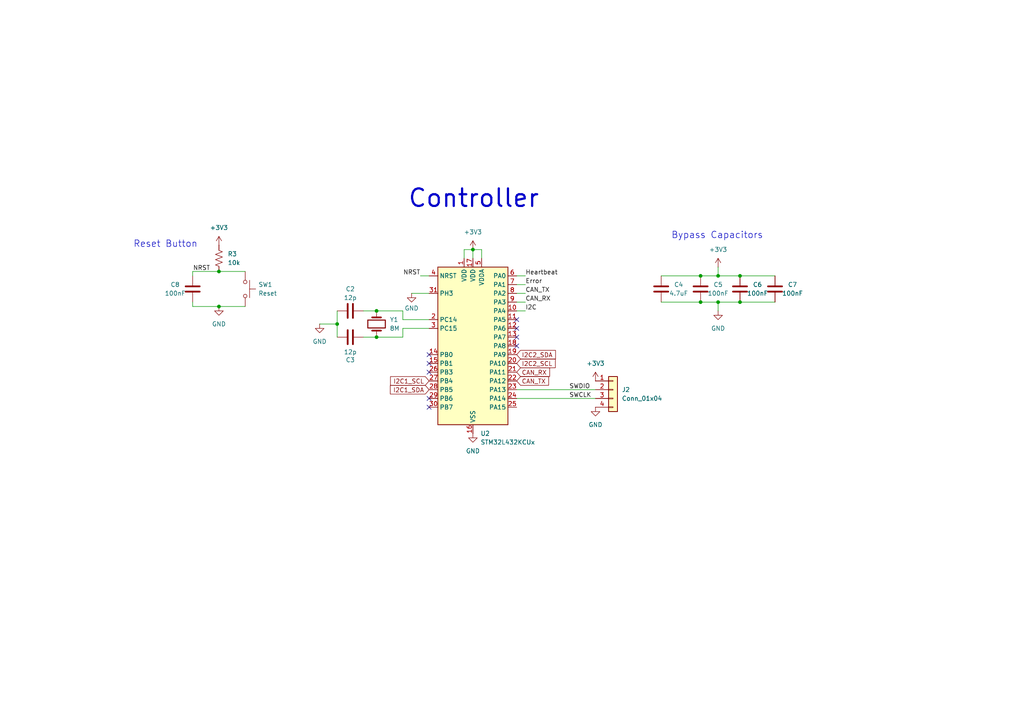
<source format=kicad_sch>
(kicad_sch (version 20231120) (generator "eeschema") (generator_version "8.0")
  (paper "A4")
  (lib_symbols
    (symbol "Connector_Generic:Conn_01x04" (pin_names (offset 1.016) hide)
      (property "Reference" "J" (at 0 5.08 0))
      (property "Value" "Conn_01x04" (at 0 -7.62 0))
      (symbol "Conn_01x04_1_1"
        (rectangle (start -1.27 -4.953) (end 0 -5.207) (stroke (width 0.1524)))
        (rectangle (start -1.27 -2.413) (end 0 -2.667) (stroke (width 0.1524)))
        (rectangle (start -1.27 0.127) (end 0 -0.127) (stroke (width 0.1524)))
        (rectangle (start -1.27 2.667) (end 0 2.413) (stroke (width 0.1524)))
        (rectangle (start -1.27 3.81) (end 1.27 -6.35) (stroke (width 0.254)) (fill (type background)))
        (pin passive line (at -5.08 2.54 0) (length 3.81) (name "Pin_1") (number "1"))
        (pin passive line (at -5.08 0 0) (length 3.81) (name "Pin_2") (number "2"))
        (pin passive line (at -5.08 -2.54 0) (length 3.81) (name "Pin_3") (number "3"))
        (pin passive line (at -5.08 -5.08 0) (length 3.81) (name "Pin_4") (number "4"))
      )
    )
    (symbol "Device:C" (pin_numbers hide) (pin_names (offset 0.254))
      (property "Reference" "C" (at 0.635 2.54 0))
      (property "Value" "C" (at 0.635 -2.54 0))
      (symbol "C_0_1"
        (polyline (pts (xy -2.032 -0.762) (xy 2.032 -0.762)) (stroke (width 0.508)))
        (polyline (pts (xy -2.032 0.762) (xy 2.032 0.762)) (stroke (width 0.508)))
      )
      (symbol "C_1_1"
        (pin passive line (at 0 3.81 270) (length 2.794) (name "~") (number "1"))
        (pin passive line (at 0 -3.81 90) (length 2.794) (name "~") (number "2"))
      )
    )
    (symbol "Device:Crystal" (pin_numbers hide) (pin_names (offset 1.016) hide)
      (property "Reference" "Y" (at 0 3.81 0))
      (property "Value" "Crystal" (at 0 -3.81 0))
      (symbol "Crystal_0_1"
        (rectangle (start -1.143 2.54) (end 1.143 -2.54) (stroke (width 0.3048)))
        (polyline (pts (xy -2.54 0) (xy -1.905 0)))
        (polyline (pts (xy -1.905 -1.27) (xy -1.905 1.27)) (stroke (width 0.508)))
        (polyline (pts (xy 1.905 -1.27) (xy 1.905 1.27)) (stroke (width 0.508)))
        (polyline (pts (xy 2.54 0) (xy 1.905 0)))
      )
      (symbol "Crystal_1_1"
        (pin passive line (at -3.81 0 0) (length 1.27) (name "1") (number "1"))
        (pin passive line (at 3.81 0 180) (length 1.27) (name "2") (number "2"))
      )
    )
    (symbol "Device:R_US" (pin_numbers hide) (pin_names (offset 0))
      (property "Reference" "R" (at 2.54 0 90))
      (property "Value" "R_US" (at -2.54 0 90))
      (symbol "R_US_0_1"
        (polyline (pts (xy 0 -2.286) (xy 0 -2.54)))
        (polyline (pts (xy 0 2.286) (xy 0 2.54)))
        (polyline (pts (xy 0 -0.762) (xy 1.016 -1.143) (xy 0 -1.524) (xy -1.016 -1.905) (xy 0 -2.286)))
        (polyline (pts (xy 0 0.762) (xy 1.016 0.381) (xy 0 0) (xy -1.016 -0.381) (xy 0 -0.762)))
        (polyline (pts (xy 0 2.286) (xy 1.016 1.905) (xy 0 1.524) (xy -1.016 1.143) (xy 0 0.762)))
      )
      (symbol "R_US_1_1"
        (pin passive line (at 0 3.81 270) (length 1.27) (name "~") (number "1"))
        (pin passive line (at 0 -3.81 90) (length 1.27) (name "~") (number "2"))
      )
    )
    (symbol "MCU_ST_STM32L4:STM32L432KCUx"
      (property "Reference" "U2" (at 2.1941 -25.4 0))
      (property "Value" "STM32L432KCUx" (at 2.1941 -27.94 0))
      (symbol "STM32L432KCUx_0_1"
        (rectangle (start -10.16 -22.86) (end 10.16 22.86) (stroke (width 0.254)) (fill (type background)))
      )
      (symbol "STM32L432KCUx_1_1"
        (pin power_in line (at -2.54 25.4 270) (length 2.54) (name "VDD") (number "1"))
        (pin bidirectional line (at 12.7 10.16 180) (length 2.54) (name "PA4") (number "10"))
        (pin bidirectional line (at 12.7 7.62 180) (length 2.54) (name "PA5") (number "11"))
        (pin bidirectional line (at 12.7 5.08 180) (length 2.54) (name "PA6") (number "12"))
        (pin bidirectional line (at 12.7 2.54 180) (length 2.54) (name "PA7") (number "13"))
        (pin bidirectional line (at -12.7 -2.54 0) (length 2.54) (name "PB0") (number "14"))
        (pin bidirectional line (at -12.7 -5.08 0) (length 2.54) (name "PB1") (number "15"))
        (pin power_in line (at 0 -25.4 90) (length 2.54) (name "VSS") (number "16"))
        (pin power_in line (at 0 25.4 270) (length 2.54) (name "VDD") (number "17"))
        (pin bidirectional line (at 12.7 0 180) (length 2.54) (name "PA8") (number "18"))
        (pin bidirectional line (at 12.7 -2.54 180) (length 2.54) (name "PA9") (number "19"))
        (pin bidirectional line (at -12.7 7.62 0) (length 2.54) (name "PC14") (number "2"))
        (pin bidirectional line (at 12.7 -5.08 180) (length 2.54) (name "PA10") (number "20"))
        (pin bidirectional line (at 12.7 -7.62 180) (length 2.54) (name "PA11") (number "21"))
        (pin bidirectional line (at 12.7 -10.16 180) (length 2.54) (name "PA12") (number "22"))
        (pin bidirectional line (at 12.7 -12.7 180) (length 2.54) (name "PA13") (number "23"))
        (pin bidirectional line (at 12.7 -15.24 180) (length 2.54) (name "PA14") (number "24"))
        (pin bidirectional line (at 12.7 -17.78 180) (length 2.54) (name "PA15") (number "25"))
        (pin bidirectional line (at -12.7 -7.62 0) (length 2.54) (name "PB3") (number "26"))
        (pin bidirectional line (at -12.7 -10.16 0) (length 2.54) (name "PB4") (number "27"))
        (pin bidirectional line (at -12.7 -12.7 0) (length 2.54) (name "PB5") (number "28"))
        (pin bidirectional line (at -12.7 -15.24 0) (length 2.54) (name "PB6") (number "29"))
        (pin bidirectional line (at -12.7 5.08 0) (length 2.54) (name "PC15") (number "3"))
        (pin bidirectional line (at -12.7 -17.78 0) (length 2.54) (name "PB7") (number "30"))
        (pin bidirectional line (at -12.7 15.24 0) (length 2.54) (name "PH3") (number "31"))
        (pin passive line (at 0 -25.4 90) (length 2.54) hide (name "VSS") (number "32"))
        (pin passive line (at 0 -25.4 90) (length 2.54) hide (name "VSS") (number "33"))
        (pin input line (at -12.7 20.32 0) (length 2.54) (name "NRST") (number "4"))
        (pin power_in line (at 2.54 25.4 270) (length 2.54) (name "VDDA") (number "5"))
        (pin bidirectional line (at 12.7 20.32 180) (length 2.54) (name "PA0") (number "6"))
        (pin bidirectional line (at 12.7 17.78 180) (length 2.54) (name "PA1") (number "7"))
        (pin bidirectional line (at 12.7 15.24 180) (length 2.54) (name "PA2") (number "8"))
        (pin bidirectional line (at 12.7 12.7 180) (length 2.54) (name "PA3") (number "9"))
      )
    )
    (symbol "Switch:SW_Push" (pin_numbers hide) (pin_names (offset 1.016) hide)
      (property "Reference" "SW" (at 1.27 2.54 0))
      (property "Value" "SW_Push" (at 0 -1.524 0))
      (symbol "SW_Push_0_1"
        (circle (center -2.032 0) (radius 0.508))
        (polyline (pts (xy 0 1.27) (xy 0 3.048)))
        (polyline (pts (xy 2.54 1.27) (xy -2.54 1.27)))
        (circle (center 2.032 0) (radius 0.508))
        (pin passive line (at -5.08 0 0) (length 2.54) (name "1") (number "1"))
        (pin passive line (at 5.08 0 180) (length 2.54) (name "2") (number "2"))
      )
    )
    (symbol "power:+3V3" (power) (pin_numbers hide) (pin_names (offset 0) hide)
      (property "Value" "+3V3" (at 0 3.556 0))
      (symbol "+3V3_0_1"
        (polyline (pts (xy -0.762 1.27) (xy 0 2.54)))
        (polyline (pts (xy 0 0) (xy 0 2.54)))
        (polyline (pts (xy 0 2.54) (xy 0.762 1.27)))
      )
      (symbol "+3V3_1_1"
        (pin power_in line (at 0 0 90) (length 0) (name "~") (number "1"))
      )
    )
    (symbol "power:GND" (power) (pin_numbers hide) (pin_names (offset 0) hide)
      (property "Value" "GND" (at 0 -3.81 0))
      (symbol "GND_0_1"
        (polyline (pts (xy 0 0) (xy 0 -1.27) (xy 1.27 -1.27) (xy 0 -2.54) (xy -1.27 -1.27) (xy 0 -1.27)))
      )
      (symbol "GND_1_1"
        (pin power_in line (at 0 0 270) (length 0) (name "~") (number "1"))
      )
    )
  )
  (junction (at 109.22 90.17))
  (junction (at 97.79 93.98))
  (junction (at 208.28 80.01))
  (junction (at 109.22 97.79))
  (junction (at 214.63 87.63))
  (junction (at 208.28 87.63))
  (junction (at 137.16 72.39))
  (junction (at 63.5 78.74))
  (junction (at 63.5 88.9))
  (junction (at 214.63 80.01))
  (junction (at 203.2 87.63))
  (junction (at 203.2 80.01))
  (no_connect (at 124.46 105.41))
  (no_connect (at 124.46 115.57))
  (no_connect (at 124.46 118.11))
  (no_connect (at 124.46 107.95))
  (no_connect (at 149.86 97.79))
  (no_connect (at 149.86 100.33))
  (no_connect (at 149.86 95.25))
  (no_connect (at 124.46 102.87))
  (no_connect (at 149.86 92.71))
  (wire (pts (xy 208.28 90.17) (xy 208.28 87.63)))
  (wire (pts (xy 214.63 87.63) (xy 224.79 87.63)))
  (wire (pts (xy 92.71 93.98) (xy 97.79 93.98)))
  (wire (pts (xy 55.88 88.9) (xy 63.5 88.9)))
  (wire (pts (xy 208.28 77.47) (xy 208.28 80.01)))
  (wire (pts (xy 137.16 72.39) (xy 139.7 72.39)))
  (wire (pts (xy 152.4 87.63) (xy 149.86 87.63)))
  (wire (pts (xy 116.84 95.25) (xy 124.46 95.25)))
  (wire (pts (xy 71.12 78.74) (xy 63.5 78.74)))
  (wire (pts (xy 121.92 80.01) (xy 124.46 80.01)))
  (wire (pts (xy 139.7 72.39) (xy 139.7 74.93)))
  (wire (pts (xy 152.4 85.09) (xy 149.86 85.09)))
  (wire (pts (xy 105.41 90.17) (xy 109.22 90.17)))
  (wire (pts (xy 55.88 78.74) (xy 55.88 80.01)))
  (wire (pts (xy 149.86 115.57) (xy 172.72 115.57)))
  (wire (pts (xy 105.41 97.79) (xy 109.22 97.79)))
  (wire (pts (xy 149.86 113.03) (xy 172.72 113.03)))
  (wire (pts (xy 116.84 92.71) (xy 124.46 92.71)))
  (wire (pts (xy 63.5 78.74) (xy 55.88 78.74)))
  (wire (pts (xy 109.22 97.79) (xy 116.84 97.79)))
  (wire (pts (xy 116.84 90.17) (xy 116.84 92.71)))
  (wire (pts (xy 119.38 85.09) (xy 124.46 85.09)))
  (wire (pts (xy 203.2 80.01) (xy 208.28 80.01)))
  (wire (pts (xy 134.62 72.39) (xy 137.16 72.39)))
  (wire (pts (xy 152.4 82.55) (xy 149.86 82.55)))
  (wire (pts (xy 191.77 87.63) (xy 203.2 87.63)))
  (wire (pts (xy 134.62 74.93) (xy 134.62 72.39)))
  (wire (pts (xy 97.79 90.17) (xy 97.79 93.98)))
  (wire (pts (xy 116.84 97.79) (xy 116.84 95.25)))
  (wire (pts (xy 109.22 90.17) (xy 116.84 90.17)))
  (wire (pts (xy 208.28 87.63) (xy 214.63 87.63)))
  (wire (pts (xy 191.77 80.01) (xy 203.2 80.01)))
  (wire (pts (xy 152.4 80.01) (xy 149.86 80.01)))
  (wire (pts (xy 214.63 80.01) (xy 224.79 80.01)))
  (wire (pts (xy 97.79 93.98) (xy 97.79 97.79)))
  (wire (pts (xy 55.88 88.9) (xy 55.88 87.63)))
  (wire (pts (xy 152.4 90.17) (xy 149.86 90.17)))
  (wire (pts (xy 208.28 80.01) (xy 214.63 80.01)))
  (wire (pts (xy 203.2 87.63) (xy 208.28 87.63)))
  (wire (pts (xy 137.16 72.39) (xy 137.16 74.93)))
  (wire (pts (xy 63.5 88.9) (xy 71.12 88.9)))
  (text "Bypass Capacitors" (at 208.026 68.326 0) (effects (font (size 1.905 1.905))))
  (text "Controller\n" (at 137.414 57.658 0) (effects (font (size 5.08 5.08) (thickness 0.635))))
  (text "Reset Button" (at 48.006 70.866 0) (effects (font (size 1.905 1.905))))
  (label "NRST" (at 121.92 80.01 180))
  (label "I2C" (at 152.4 90.17 0))
  (label "Heartbeat" (at 152.4 80.01 0))
  (label "CAN_TX" (at 152.4 85.09 0))
  (label "SWCLK" (at 165.1 115.57 0))
  (label "SWDIO" (at 165.1 113.03 0))
  (label "CAN_RX" (at 152.4 87.63 0))
  (label "Error" (at 152.4 82.55 0))
  (label "NRST" (at 60.96 78.74 180))
  (global_label "CAN_RX" (shape input) (at 149.86 107.95 0) (property "Intersheetrefs" "${INTERSHEET_REFS}" (effects (hide yes))))
  (global_label "I2C1_SDA" (shape input) (at 124.46 113.03 180) (property "Intersheetrefs" "${INTERSHEET_REFS}" (effects (hide yes))))
  (global_label "I2C1_SCL" (shape input) (at 124.46 110.49 180) (property "Intersheetrefs" "${INTERSHEET_REFS}" (effects (hide yes))))
  (global_label "CAN_TX" (shape input) (at 149.86 110.49 0) (property "Intersheetrefs" "${INTERSHEET_REFS}" (effects (hide yes))))
  (global_label "I2C2_SDA" (shape input) (at 149.86 102.87 0) (property "Intersheetrefs" "${INTERSHEET_REFS}" (effects (hide yes))))
  (global_label "I2C2_SCL" (shape input) (at 149.86 105.41 0) (property "Intersheetrefs" "${INTERSHEET_REFS}" (effects (hide yes))))
  (symbol (lib_id "Device:C") (at 101.6 97.79 90) (unit 1)
    (property "Reference" "C3" (at 101.6 104.394 90))
    (property "Value" "12p" (at 101.6 102.108 90))
    (property "Description" "Unpolarized capacitor" (effects (hide yes)))
  )
  (symbol (lib_id "Device:C") (at 55.88 83.82 180) (unit 1)
    (property "Reference" "C8" (at 50.8 82.55 0))
    (property "Value" "100nF" (at 50.8 85.09 0))
    (property "Description" "Unpolarized capacitor" (effects (hide yes)))
  )
  (symbol (lib_id "Device:C") (at 214.63 83.82 0) (unit 1)
    (property "Reference" "C6" (at 219.71 82.55 0))
    (property "Value" "100nF" (at 219.71 85.09 0))
    (property "Description" "Unpolarized capacitor" (effects (hide yes)))
  )
  (symbol (lib_id "Switch:SW_Push") (at 71.12 83.82 270) (unit 1)
    (property "Reference" "SW1" (at 74.93 82.5499 90) (effects (justify left)))
    (property "Value" "Reset" (at 74.93 85.0899 90) (effects (justify left)))
    (property "Description" "Push button switch, generic, two pins" (effects (hide yes)))
  )
  (symbol (lib_id "Device:Crystal") (at 109.22 93.98 270) (unit 1)
    (property "Reference" "Y1" (at 113.03 92.7099 90) (effects (justify left)))
    (property "Value" "8M" (at 113.03 95.2499 90) (effects (justify left)))
    (property "Description" "Two pin crystal" (effects (hide yes)))
  )
  (symbol (lib_id "power:GND") (at 63.5 88.9 0) (unit 1)
    (property "Reference" "#PWR016" (effects (hide yes)))
    (property "Value" "GND" (at 63.5 93.98 0))
    (property "Description" "Power symbol creates a global label with name \"GND\" , ground" (effects (hide yes)))
  )
  (symbol (lib_id "power:GND") (at 208.28 90.17 0) (unit 1)
    (property "Reference" "#PWR014" (effects (hide yes)))
    (property "Value" "GND" (at 208.28 95.25 0))
    (property "Description" "Power symbol creates a global label with name \"GND\" , ground" (effects (hide yes)))
  )
  (symbol (lib_id "power:+3V3") (at 208.28 77.47 0) (unit 1)
    (property "Reference" "#PWR013" (effects (hide yes)))
    (property "Value" "+3V3" (at 208.28 72.39 0))
    (property "Description" "Power symbol creates a global label with name \"+3V3\"" (effects (hide yes)))
  )
  (symbol (lib_id "power:GND") (at 92.71 93.98 0) (unit 1)
    (property "Reference" "#PWR010" (effects (hide yes)))
    (property "Value" "GND" (at 92.71 99.06 0))
    (property "Description" "Power symbol creates a global label with name \"GND\" , ground" (effects (hide yes)))
  )
  (symbol (lib_id "Device:C") (at 101.6 90.17 90) (unit 1)
    (property "Reference" "C2" (at 101.6 83.82 90))
    (property "Value" "12p" (at 101.6 86.36 90))
    (property "Description" "Unpolarized capacitor" (effects (hide yes)))
  )
  (symbol (lib_id "MCU_ST_STM32L4:STM32L432KCUx") (at 137.16 100.33 0) (unit 1)
    (property "Reference" "U2" (at 139.3541 125.73 0) (effects (justify left)))
    (property "Value" "STM32L432KCUx" (at 139.3541 128.27 0) (effects (justify left)))
    (property "Footprint" "Package_DFN_QFN:QFN-32-1EP_5x5mm_P0.5mm_EP3.45x3.45mm" (effects (hide yes)))
    (property "Datasheet" "https://www.st.com/resource/en/datasheet/stm32l432kc.pdf" (effects (hide yes)))
    (property "Description" "STMicroelectronics Arm Cortex-M4 MCU, 256KB flash, 64KB RAM, 80 MHz, 1.71-3.6V, 26 GPIO, UFQFPN32" (effects (hide yes)))
  )
  (symbol (lib_id "Connector_Generic:Conn_01x04") (at 177.8 113.03 0) (unit 1)
    (property "Reference" "J2" (at 180.34 113.0299 0) (effects (justify left)))
    (property "Value" "Conn_01x04" (at 180.34 115.5699 0) (effects (justify left)))
    (property "Description" "Generic connector, single row, 01x04, script generated (kicad-library-utils/schlib/autogen/connector/)" (effects (hide yes)))
  )
  (symbol (lib_id "Device:R_US") (at 63.5 74.93 0) (unit 1)
    (property "Reference" "R3" (at 66.04 73.6599 0) (effects (justify left)))
    (property "Value" "10k" (at 66.04 76.1999 0) (effects (justify left)))
    (property "Description" "Resistor, US symbol" (effects (hide yes)))
  )
  (symbol (lib_id "power:GND") (at 172.72 118.11 0) (unit 1)
    (property "Reference" "#PWR012" (effects (hide yes)))
    (property "Value" "GND" (at 172.72 123.19 0))
    (property "Description" "Power symbol creates a global label with name \"GND\" , ground" (effects (hide yes)))
  )
  (symbol (lib_id "Device:C") (at 224.79 83.82 0) (unit 1)
    (property "Reference" "C7" (at 229.87 82.55 0))
    (property "Value" "100nF" (at 229.87 85.09 0))
    (property "Description" "Unpolarized capacitor" (effects (hide yes)))
  )
  (symbol (lib_id "power:+3V3") (at 137.16 72.39 0) (unit 1)
    (property "Reference" "#PWR07" (effects (hide yes)))
    (property "Value" "+3V3" (at 137.16 67.31 0))
    (property "Description" "Power symbol creates a global label with name \"+3V3\"" (effects (hide yes)))
  )
  (symbol (lib_id "power:GND") (at 137.16 125.73 0) (unit 1)
    (property "Reference" "#PWR08" (effects (hide yes)))
    (property "Value" "GND" (at 137.16 130.81 0))
    (property "Description" "Power symbol creates a global label with name \"GND\" , ground" (effects (hide yes)))
  )
  (symbol (lib_id "power:+3V3") (at 63.5 71.12 0) (unit 1)
    (property "Reference" "#PWR015" (effects (hide yes)))
    (property "Value" "+3V3" (at 63.5 66.04 0))
    (property "Description" "Power symbol creates a global label with name \"+3V3\"" (effects (hide yes)))
  )
  (symbol (lib_id "Device:C") (at 191.77 83.82 0) (unit 1)
    (property "Reference" "C4" (at 196.85 82.55 0))
    (property "Value" "4.7uF" (at 196.85 85.09 0))
    (property "Description" "Unpolarized capacitor" (effects (hide yes)))
  )
  (symbol (lib_id "Device:C") (at 203.2 83.82 0) (unit 1)
    (property "Reference" "C5" (at 208.28 82.55 0))
    (property "Value" "100nF" (at 208.28 85.09 0))
    (property "Description" "Unpolarized capacitor" (effects (hide yes)))
  )
  (symbol (lib_id "power:+3V3") (at 172.72 110.49 0) (unit 1)
    (property "Reference" "#PWR011" (effects (hide yes)))
    (property "Value" "+3V3" (at 172.72 105.41 0))
    (property "Description" "Power symbol creates a global label with name \"+3V3\"" (effects (hide yes)))
  )
  (symbol (lib_id "power:GND") (at 119.38 85.09 0) (unit 1)
    (property "Reference" "#PWR09" (effects (hide yes)))
    (property "Value" "GND" (at 119.38 89.408 0))
    (property "Description" "Power symbol creates a global label with name \"GND\" , ground" (effects (hide yes)))
  )
)
</source>
